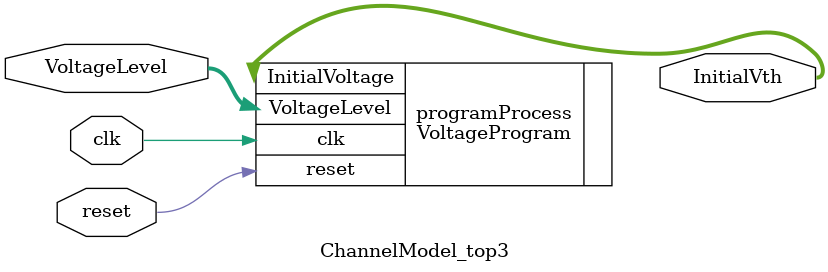
<source format=v>
`timescale 1ns / 1ps
module ChannelModel_top3(
					clk,
					reset,
					VoltageLevel,
					InitialVth
					);
	 input  				clk;
	 input  				reset;
	 input  	[1:0]	VoltageLevel;

	 
	 output 	[15:0]	InitialVth;	



			VoltageProgram programProcess(
													.VoltageLevel(VoltageLevel),
													.clk(clk),
													.reset(reset),
													.InitialVoltage(InitialVth)
													);

endmodule 
</source>
